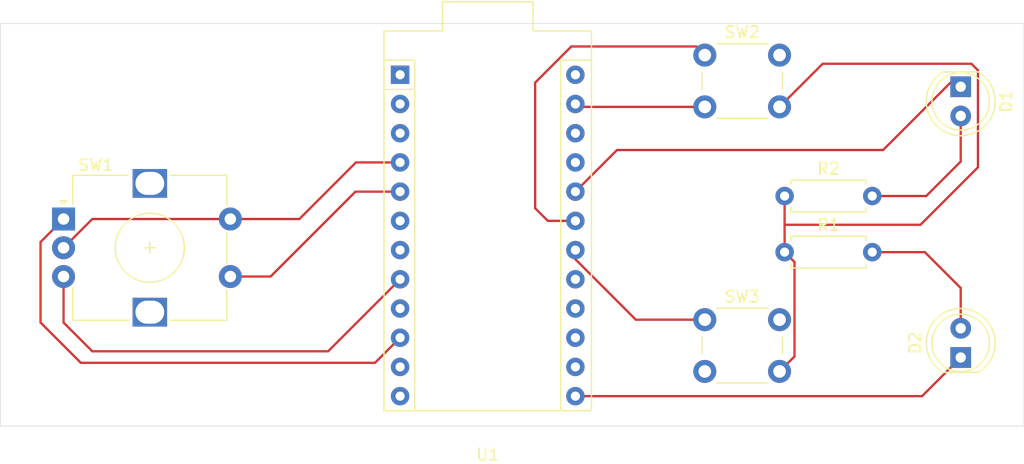
<source format=kicad_pcb>
(kicad_pcb (version 20240108) (generator "pcbnew") (generator_version "8.0")
  (layers (0 "F.Cu" signal) (31 "B.Cu" signal) (34 "B.Paste" user) (35 "F.Paste" user) (36 "B.SilkS" user "B.Silkscreen") (37 "F.SilkS" user "F.Silkscreen") (38 "B.Mask" user) (39 "F.Mask" user) (44 "Edge.Cuts" user))
  (net 0 "")
  (net 2 "Net-(D1-K)")
  (net 4 "Net-(D1-A)")
  (net 8 "Net-(D2-K)")
  (net 10 "Net-(D2-A)")
  (net 11 "Net-(R1-Pad1)")
  (net 12 "Net-(U1-D7)")
  (net 15 "Net-(SW1-PadC)")
  (net 16 "Net-(U1-D2)")
  (net 18 "Net-(U1-~D5)")
  (net 20 "Net-(U1-D20{slash}A2)")
  (net 21 "Net-(U1-D19{slash}A1)")
  (footprint "Resistor_THT:R_Axial_DIN0207_L6.3mm_D2.5mm_P7.62mm_Horizontal" (layer "F.Cu") (at 142.69 71.5)
    (property "Reference" "R2" (at 3.81 -2.37 0) (layer "F.SilkS"))
    (property "Value" "R")
    (fp_line (start 0.54 -1.37) (end 7.08 -1.37) (stroke (width 0.12)) (layer "F.SilkS"))
    (fp_line (start 0.54 -1.04) (end 0.54 -1.37) (stroke (width 0.12)) (layer "F.SilkS"))
    (fp_line (start 0.54 1.04) (end 0.54 1.37) (stroke (width 0.12)) (layer "F.SilkS"))
    (fp_line (start 0.54 1.37) (end 7.08 1.37) (stroke (width 0.12)) (layer "F.SilkS"))
    (fp_line (start 7.08 -1.37) (end 7.08 -1.04) (stroke (width 0.12)) (layer "F.SilkS"))
    (fp_line (start 7.08 1.37) (end 7.08 1.04) (stroke (width 0.12)) (layer "F.SilkS"))
    (pad "1" thru_hole circle (at 0 0) (size 1.6 1.6) (drill 0.8) (layers "*.Cu" "*.Mask") (net 11 "Net-(R1-Pad1)"))
    (pad "2" thru_hole oval (at 7.62 0) (size 1.6 1.6) (drill 0.8) (layers "*.Cu" "*.Mask") (net 4 "Net-(D1-A)"))
  )
  (footprint "Button_Switch_THT:SW_PUSH_6mm_H5mm" (layer "F.Cu") (at 135.75 82.25)
    (property "Reference" "SW3" (at 3.25 -2 0) (layer "F.SilkS"))
    (property "Value" "SW_Push")
    (fp_line (start -0.25 1.5) (end -0.25 3) (stroke (width 0.12)) (layer "F.SilkS"))
    (fp_line (start 1 5.5) (end 5.5 5.5) (stroke (width 0.12)) (layer "F.SilkS"))
    (fp_line (start 5.5 -1) (end 1 -1) (stroke (width 0.12)) (layer "F.SilkS"))
    (fp_line (start 6.75 3) (end 6.75 1.5) (stroke (width 0.12)) (layer "F.SilkS"))
    (pad "1" thru_hole circle (at 0 0 90) (size 2 2) (drill 1.1) (layers "*.Cu" "*.Mask") (net 21 "Net-(U1-D19{slash}A1)"))
    (pad "1" thru_hole circle (at 6.5 0 90) (size 2 2) (drill 1.1) (layers "*.Cu" "*.Mask") (net 21 "Net-(U1-D19{slash}A1)"))
    (pad "2" thru_hole circle (at 0 4.5 90) (size 2 2) (drill 1.1) (layers "*.Cu" "*.Mask") (net 11 "Net-(R1-Pad1)"))
    (pad "2" thru_hole circle (at 6.5 4.5 90) (size 2 2) (drill 1.1) (layers "*.Cu" "*.Mask") (net 11 "Net-(R1-Pad1)"))
  )
  (footprint "LED_THT:LED_D5.0mm" (layer "F.Cu") (at 158 85.54 90)
    (property "Reference" "D2" (at 1.27 -3.96 90) (layer "F.SilkS"))
    (property "Value" "LED")
    (fp_line (start -1.29 -1.545) (end -1.29 1.545) (stroke (width 0.12)) (layer "F.SilkS"))
    (fp_arc (start -1.29 -1.54483) (mid 2.072002 -2.880433) (end 4.26 0.000462) (stroke (width 0.12)) (layer "F.SilkS"))
    (fp_arc (start 4.26 -0.000462) (mid 2.072002 2.880433) (end -1.29 1.54483) (stroke (width 0.12)) (layer "F.SilkS"))
    (fp_circle (center 1.27 0) (end 3.77 0) (stroke (width 0.12)) (fill none) (layer "F.SilkS"))
    (pad "1" thru_hole rect (at 0 0 90) (size 1.8 1.8) (drill 0.9) (layers "*.Cu" "*.Mask") (net 8 "Net-(D2-K)"))
    (pad "2" thru_hole circle (at 2.54 0 90) (size 1.8 1.8) (drill 0.9) (layers "*.Cu" "*.Mask") (net 10 "Net-(D2-A)"))
  )
  (footprint "Rotary_Encoder:RotaryEncoder_Alps_EC12E-Switch_Vertical_H20mm" (layer "F.Cu") (at 80 73.5)
    (property "Reference" "SW1" (at 2.8 -4.7 0) (layer "F.SilkS"))
    (property "Value" "RotaryEncoder_Switch")
    (fp_line (start -0.3 -1.6) (end 0.3 -1.6) (stroke (width 0.12)) (layer "F.SilkS"))
    (fp_line (start 0 -1.3) (end -0.3 -1.6) (stroke (width 0.12)) (layer "F.SilkS"))
    (fp_line (start 0.3 -1.6) (end 0 -1.3) (stroke (width 0.12)) (layer "F.SilkS"))
    (fp_line (start 0.8 -3.8) (end 0.8 -1.3) (stroke (width 0.12)) (layer "F.SilkS"))
    (fp_line (start 0.8 8.8) (end 0.8 6) (stroke (width 0.12)) (layer "F.SilkS"))
    (fp_line (start 5.6 -3.8) (end 0.8 -3.8) (stroke (width 0.12)) (layer "F.SilkS"))
    (fp_line (start 5.7 8.8) (end 0.8 8.8) (stroke (width 0.12)) (layer "F.SilkS"))
    (fp_line (start 7 2.5) (end 8 2.5) (stroke (width 0.12)) (layer "F.SilkS"))
    (fp_line (start 7.5 2) (end 7.5 3) (stroke (width 0.12)) (layer "F.SilkS"))
    (fp_line (start 9.3 -3.8) (end 14.2 -3.8) (stroke (width 0.12)) (layer "F.SilkS"))
    (fp_line (start 14.2 -3.8) (end 14.2 -1.2) (stroke (width 0.12)) (layer "F.SilkS"))
    (fp_line (start 14.2 1.2) (end 14.2 3.8) (stroke (width 0.12)) (layer "F.SilkS"))
    (fp_line (start 14.2 6.2) (end 14.2 8.8) (stroke (width 0.12)) (layer "F.SilkS"))
    (fp_line (start 14.2 8.8) (end 9.3 8.8) (stroke (width 0.12)) (layer "F.SilkS"))
    (fp_circle (center 7.5 2.5) (end 10.5 2.5) (stroke (width 0.12)) (fill none) (layer "F.SilkS"))
    (pad "A" thru_hole rect (at 0 0) (size 2 2) (drill 1) (layers "*.Cu" "*.Mask") (net 12 "Net-(U1-D7)"))
    (pad "B" thru_hole circle (at 0 5) (size 2 2) (drill 1) (layers "*.Cu" "*.Mask") (net 18 "Net-(U1-~D5)"))
    (pad "C" thru_hole circle (at 0 2.5) (size 2 2) (drill 1) (layers "*.Cu" "*.Mask") (net 15 "Net-(SW1-PadC)"))
    (pad "MP" thru_hole rect (at 7.5 -3.1) (size 3 2.5) (drill oval 2.5 2) (layers "*.Cu" "*.Mask"))
    (pad "MP" thru_hole rect (at 7.5 8.1) (size 3 2.5) (drill oval 2.5 2) (layers "*.Cu" "*.Mask"))
    (pad "S1" thru_hole circle (at 14.5 0) (size 2 2) (drill 1) (layers "*.Cu" "*.Mask") (net 15 "Net-(SW1-PadC)"))
    (pad "S2" thru_hole circle (at 14.5 5) (size 2 2) (drill 1) (layers "*.Cu" "*.Mask") (net 16 "Net-(U1-D2)"))
  )
  (footprint "Resistor_THT:R_Axial_DIN0207_L6.3mm_D2.5mm_P7.62mm_Horizontal" (layer "F.Cu") (at 142.69 76.38)
    (property "Reference" "R1" (at 3.81 -2.37 0) (layer "F.SilkS"))
    (property "Value" "R")
    (fp_line (start 0.54 -1.37) (end 7.08 -1.37) (stroke (width 0.12)) (layer "F.SilkS"))
    (fp_line (start 0.54 -1.04) (end 0.54 -1.37) (stroke (width 0.12)) (layer "F.SilkS"))
    (fp_line (start 0.54 1.04) (end 0.54 1.37) (stroke (width 0.12)) (layer "F.SilkS"))
    (fp_line (start 0.54 1.37) (end 7.08 1.37) (stroke (width 0.12)) (layer "F.SilkS"))
    (fp_line (start 7.08 -1.37) (end 7.08 -1.04) (stroke (width 0.12)) (layer "F.SilkS"))
    (fp_line (start 7.08 1.37) (end 7.08 1.04) (stroke (width 0.12)) (layer "F.SilkS"))
    (pad "1" thru_hole circle (at 0 0) (size 1.6 1.6) (drill 0.8) (layers "*.Cu" "*.Mask") (net 11 "Net-(R1-Pad1)"))
    (pad "2" thru_hole oval (at 7.62 0) (size 1.6 1.6) (drill 0.8) (layers "*.Cu" "*.Mask") (net 10 "Net-(D2-A)"))
  )
  (footprint "Arduino:Sparkfun_Pro_Micro" (layer "F.Cu") (at 124.5 88.9 180)
    (property "Reference" "U1" (at 7.62 -5.08 0) (layer "F.SilkS"))
    (property "Value" "Sparkfun_Pro_Micro")
    (fp_line (start 16.637 31.75) (end 16.64 -1.27) (stroke (width 0.12)) (layer "F.SilkS"))
    (fp_line (start 16.637 -1.27) (end 1.27 -1.27) (stroke (width 0.12)) (layer "F.SilkS"))
    (fp_line (start 13.97 29.21) (end 16.64 29.21) (stroke (width 0.12)) (layer "F.SilkS"))
    (fp_line (start 13.97 26.67) (end 16.64 26.67) (stroke (width 0.12)) (layer "F.SilkS"))
    (fp_line (start 13.97 -1.27) (end 16.64 -1.27) (stroke (width 0.12)) (layer "F.SilkS"))
    (fp_line (start 13.97 -1.27) (end 13.97 29.21) (stroke (width 0.12)) (layer "F.SilkS"))
    (fp_line (start 11.557 34.29) (end 11.557 31.75) (stroke (width 0.12)) (layer "F.SilkS"))
    (fp_line (start 11.557 31.75) (end 16.637 31.75) (stroke (width 0.12)) (layer "F.SilkS"))
    (fp_line (start 3.683 34.29) (end 11.557 34.29) (stroke (width 0.12)) (layer "F.SilkS"))
    (fp_line (start 3.683 34.29) (end 3.683 31.75) (stroke (width 0.12)) (layer "F.SilkS"))
    (fp_line (start 1.27 29.21) (end -1.4 29.21) (stroke (width 0.12)) (layer "F.SilkS"))
    (fp_line (start 1.27 1.27) (end 1.27 29.21) (stroke (width 0.12)) (layer "F.SilkS"))
    (fp_line (start 1.27 1.27) (end 1.27 -1.27) (stroke (width 0.12)) (layer "F.SilkS"))
    (fp_line (start 1.27 -1.27) (end -1.397 -1.27) (stroke (width 0.12)) (layer "F.SilkS"))
    (fp_line (start -1.397 31.75) (end 3.683 31.75) (stroke (width 0.12)) (layer "F.SilkS"))
    (fp_line (start -1.397 -1.27) (end -1.397 31.75) (stroke (width 0.12)) (layer "F.SilkS"))
    (pad "1" thru_hole rect (at 15.24 27.94 180) (size 1.6 1.6) (drill 0.8) (layers "*.Cu" "*.Mask"))
    (pad "2" thru_hole oval (at 15.24 25.4 180) (size 1.6 1.6) (drill 0.8) (layers "*.Cu" "*.Mask"))
    (pad "3" thru_hole oval (at 15.24 22.86 180) (size 1.6 1.6) (drill 0.8) (layers "*.Cu" "*.Mask"))
    (pad "4" thru_hole oval (at 15.24 20.32 180) (size 1.6 1.6) (drill 0.8) (layers "*.Cu" "*.Mask") (net 15 "Net-(SW1-PadC)"))
    (pad "5" thru_hole oval (at 15.24 17.78 180) (size 1.6 1.6) (drill 0.8) (layers "*.Cu" "*.Mask") (net 16 "Net-(U1-D2)"))
    (pad "6" thru_hole oval (at 15.24 15.24 180) (size 1.6 1.6) (drill 0.8) (layers "*.Cu" "*.Mask"))
    (pad "7" thru_hole oval (at 15.24 12.7 180) (size 1.6 1.6) (drill 0.8) (layers "*.Cu" "*.Mask"))
    (pad "8" thru_hole oval (at 15.24 10.16 180) (size 1.6 1.6) (drill 0.8) (layers "*.Cu" "*.Mask") (net 18 "Net-(U1-~D5)"))
    (pad "9" thru_hole oval (at 15.24 7.62 180) (size 1.6 1.6) (drill 0.8) (layers "*.Cu" "*.Mask"))
    (pad "10" thru_hole oval (at 15.24 5.08 180) (size 1.6 1.6) (drill 0.8) (layers "*.Cu" "*.Mask") (net 12 "Net-(U1-D7)"))
    (pad "11" thru_hole oval (at 15.24 2.54 180) (size 1.6 1.6) (drill 0.8) (layers "*.Cu" "*.Mask"))
    (pad "12" thru_hole oval (at 15.24 0 180) (size 1.6 1.6) (drill 0.8) (layers "*.Cu" "*.Mask"))
    (pad "13" thru_hole oval (at 0 0 180) (size 1.6 1.6) (drill 0.8) (layers "*.Cu" "*.Mask") (net 8 "Net-(D2-K)"))
    (pad "14" thru_hole oval (at 0 2.54 180) (size 1.6 1.6) (drill 0.8) (layers "*.Cu" "*.Mask"))
    (pad "15" thru_hole oval (at 0 5.08 180) (size 1.6 1.6) (drill 0.8) (layers "*.Cu" "*.Mask"))
    (pad "16" thru_hole oval (at 0 7.62 180) (size 1.6 1.6) (drill 0.8) (layers "*.Cu" "*.Mask"))
    (pad "17" thru_hole oval (at 0 10.16 180) (size 1.6 1.6) (drill 0.8) (layers "*.Cu" "*.Mask"))
    (pad "18" thru_hole oval (at 0 12.7 180) (size 1.6 1.6) (drill 0.8) (layers "*.Cu" "*.Mask") (net 21 "Net-(U1-D19{slash}A1)"))
    (pad "19" thru_hole oval (at 0 15.24 180) (size 1.6 1.6) (drill 0.8) (layers "*.Cu" "*.Mask") (net 20 "Net-(U1-D20{slash}A2)"))
    (pad "20" thru_hole oval (at 0 17.78 180) (size 1.6 1.6) (drill 0.8) (layers "*.Cu" "*.Mask") (net 2 "Net-(D1-K)"))
    (pad "21" thru_hole oval (at 0 20.32 180) (size 1.6 1.6) (drill 0.8) (layers "*.Cu" "*.Mask"))
    (pad "22" thru_hole oval (at 0 22.86 180) (size 1.6 1.6) (drill 0.8) (layers "*.Cu" "*.Mask"))
    (pad "23" thru_hole oval (at 0 25.4 180) (size 1.6 1.6) (drill 0.8) (layers "*.Cu" "*.Mask") (net 11 "Net-(R1-Pad1)"))
    (pad "24" thru_hole oval (at 0 27.94 180) (size 1.6 1.6) (drill 0.8) (layers "*.Cu" "*.Mask"))
  )
  (footprint "Button_Switch_THT:SW_PUSH_6mm_H5mm" (layer "F.Cu") (at 135.75 59.25)
    (property "Reference" "SW2" (at 3.25 -2 0) (layer "F.SilkS"))
    (property "Value" "SW_Push")
    (fp_line (start -0.25 1.5) (end -0.25 3) (stroke (width 0.12)) (layer "F.SilkS"))
    (fp_line (start 1 5.5) (end 5.5 5.5) (stroke (width 0.12)) (layer "F.SilkS"))
    (fp_line (start 5.5 -1) (end 1 -1) (stroke (width 0.12)) (layer "F.SilkS"))
    (fp_line (start 6.75 3) (end 6.75 1.5) (stroke (width 0.12)) (layer "F.SilkS"))
    (pad "1" thru_hole circle (at 0 0 90) (size 2 2) (drill 1.1) (layers "*.Cu" "*.Mask") (net 20 "Net-(U1-D20{slash}A2)"))
    (pad "1" thru_hole circle (at 6.5 0 90) (size 2 2) (drill 1.1) (layers "*.Cu" "*.Mask") (net 20 "Net-(U1-D20{slash}A2)"))
    (pad "2" thru_hole circle (at 0 4.5 90) (size 2 2) (drill 1.1) (layers "*.Cu" "*.Mask") (net 11 "Net-(R1-Pad1)"))
    (pad "2" thru_hole circle (at 6.5 4.5 90) (size 2 2) (drill 1.1) (layers "*.Cu" "*.Mask") (net 11 "Net-(R1-Pad1)"))
  )
  (footprint "LED_THT:LED_D5.0mm" (layer "F.Cu") (at 158 62 -90)
    (property "Reference" "D1" (at 1.27 -3.96 90) (layer "F.SilkS"))
    (property "Value" "LED")
    (fp_line (start -1.29 -1.545) (end -1.29 1.545) (stroke (width 0.12)) (layer "F.SilkS"))
    (fp_arc (start 4.26 -0.000462) (mid 2.072002 2.880433) (end -1.29 1.54483) (stroke (width 0.12)) (layer "F.SilkS"))
    (fp_arc (start -1.29 -1.54483) (mid 2.072002 -2.880433) (end 4.26 0.000462) (stroke (width 0.12)) (layer "F.SilkS"))
    (fp_circle (center 1.27 0) (end 3.77 0) (stroke (width 0.12)) (fill none) (layer "F.SilkS"))
    (pad "1" thru_hole rect (at 0 0 270) (size 1.8 1.8) (drill 0.9) (layers "*.Cu" "*.Mask") (net 2 "Net-(D1-K)"))
    (pad "2" thru_hole circle (at 2.54 0 270) (size 1.8 1.8) (drill 0.9) (layers "*.Cu" "*.Mask") (net 4 "Net-(D1-A)"))
  )
  (gr_rect (start 74.5 56.5) (end 163.5 91.5) (stroke (width 0.05)) (fill none) (layer "Edge.Cuts"))
  (segment (start 124.5 71.12) (end 128.12 67.5) (width 0.2) (layer "F.Cu") (net 2))
  (segment (start 151.25 67.5) (end 157.525 61.225) (width 0.2) (layer "F.Cu") (net 2))
  (segment (start 128.12 67.5) (end 151.25 67.5) (width 0.2) (layer "F.Cu") (net 2))
  (segment (start 155 71.5) (end 158 68.5) (width 0.2) (layer "F.Cu") (net 4))
  (segment (start 150.31 71.5) (end 155 71.5) (width 0.2) (layer "F.Cu") (net 4))
  (segment (start 158 68.5) (end 158 64.54) (width 0.2) (layer "F.Cu") (net 4))
  (segment (start 154.64 88.9) (end 158 85.54) (width 0.2) (layer "F.Cu") (net 8))
  (segment (start 124.5 88.9) (end 154.64 88.9) (width 0.2) (layer "F.Cu") (net 8))
  (segment (start 158 79.5) (end 158 83) (width 0.2) (layer "F.Cu") (net 10))
  (segment (start 154.88 76.38) (end 158 79.5) (width 0.2) (layer "F.Cu") (net 10))
  (segment (start 150.31 76.38) (end 154.88 76.38) (width 0.2) (layer "F.Cu") (net 10))
  (segment (start 146 60) (end 158.927278 60) (width 0.2) (layer "F.Cu") (net 11))
  (segment (start 135.5 63.5) (end 135.75 63.75) (width 0.2) (layer "F.Cu") (net 11))
  (segment (start 159.5 69) (end 154.5 74) (width 0.2) (layer "F.Cu") (net 11))
  (segment (start 143.55 77.24) (end 142.69 76.38) (width 0.2) (layer "F.Cu") (net 11))
  (segment (start 124.75 63.75) (end 124.5 63.5) (width 0.2) (layer "F.Cu") (net 11))
  (segment (start 159.5 60.572722) (end 159.5 69) (width 0.2) (layer "F.Cu") (net 11))
  (segment (start 158.927278 60) (end 159.5 60.572722) (width 0.2) (layer "F.Cu") (net 11))
  (segment (start 142.25 86.75) (end 143.55 85.45) (width 0.2) (layer "F.Cu") (net 11))
  (segment (start 142.69 74) (end 142.69 71.5) (width 0.2) (layer "F.Cu") (net 11))
  (segment (start 154.5 74) (end 142.69 74) (width 0.2) (layer "F.Cu") (net 11))
  (segment (start 142.69 76.38) (end 142.69 74) (width 0.2) (layer "F.Cu") (net 11))
  (segment (start 143.55 85.45) (end 143.55 77.24) (width 0.2) (layer "F.Cu") (net 11))
  (segment (start 135.75 63.75) (end 124.75 63.75) (width 0.2) (layer "F.Cu") (net 11))
  (segment (start 142.25 63.75) (end 146 60) (width 0.2) (layer "F.Cu") (net 11))
  (segment (start 78 82.5) (end 81.5 86) (width 0.2) (layer "F.Cu") (net 12))
  (segment (start 107.08 86) (end 109.26 83.82) (width 0.2) (layer "F.Cu") (net 12))
  (segment (start 80 73.5) (end 78 75.5) (width 0.2) (layer "F.Cu") (net 12))
  (segment (start 78 75.5) (end 78 82.5) (width 0.2) (layer "F.Cu") (net 12))
  (segment (start 81.5 86) (end 107.08 86) (width 0.2) (layer "F.Cu") (net 12))
  (segment (start 109.26 68.24) (end 109.26 68.26) (width 0.2) (layer "F.Cu") (net 15))
  (segment (start 105.42 68.58) (end 109.26 68.58) (width 0.2) (layer "F.Cu") (net 15))
  (segment (start 94.5 73.5) (end 100.5 73.5) (width 0.2) (layer "F.Cu") (net 15))
  (segment (start 109.26 68.58) (end 109.26 68.24) (width 0.2) (layer "F.Cu") (net 15))
  (segment (start 109.26 68.26) (end 109.5 68.5) (width 0.2) (layer "F.Cu") (net 15))
  (segment (start 100.5 73.5) (end 105.42 68.58) (width 0.2) (layer "F.Cu") (net 15))
  (segment (start 80 76) (end 82.5 73.5) (width 0.2) (layer "F.Cu") (net 15))
  (segment (start 82.5 73.5) (end 94.5 73.5) (width 0.2) (layer "F.Cu") (net 15))
  (segment (start 94.5 78.5) (end 98 78.5) (width 0.2) (layer "F.Cu") (net 16))
  (segment (start 98 78.5) (end 105.38 71.12) (width 0.2) (layer "F.Cu") (net 16))
  (segment (start 105.38 71.12) (end 109.26 71.12) (width 0.2) (layer "F.Cu") (net 16))
  (segment (start 80 78.5) (end 80 82.5) (width 0.2) (layer "F.Cu") (net 18))
  (segment (start 82.5 85) (end 103 85) (width 0.2) (layer "F.Cu") (net 18))
  (segment (start 103 85) (end 109.26 78.74) (width 0.2) (layer "F.Cu") (net 18))
  (segment (start 80 82.5) (end 82.5 85) (width 0.2) (layer "F.Cu") (net 18))
  (segment (start 121 72.56) (end 122.1 73.66) (width 0.2) (layer "F.Cu") (net 20))
  (segment (start 121 61.644365) (end 121 72.56) (width 0.2) (layer "F.Cu") (net 20))
  (segment (start 122.1 73.66) (end 124.5 73.66) (width 0.2) (layer "F.Cu") (net 20))
  (segment (start 135.75 59.25) (end 135 58.5) (width 0.2) (layer "F.Cu") (net 20))
  (segment (start 135 58.5) (end 124.144365 58.5) (width 0.2) (layer "F.Cu") (net 20))
  (segment (start 124.144365 58.5) (end 121 61.644365) (width 0.2) (layer "F.Cu") (net 20))
  (segment (start 124.5 76.2) (end 124.5 77) (width 0.2) (layer "F.Cu") (net 21))
  (segment (start 129.75 82.25) (end 135.75 82.25) (width 0.2) (layer "F.Cu") (net 21))
  (segment (start 124.5 77) (end 129.75 82.25) (width 0.2) (layer "F.Cu") (net 21))
)
</source>
